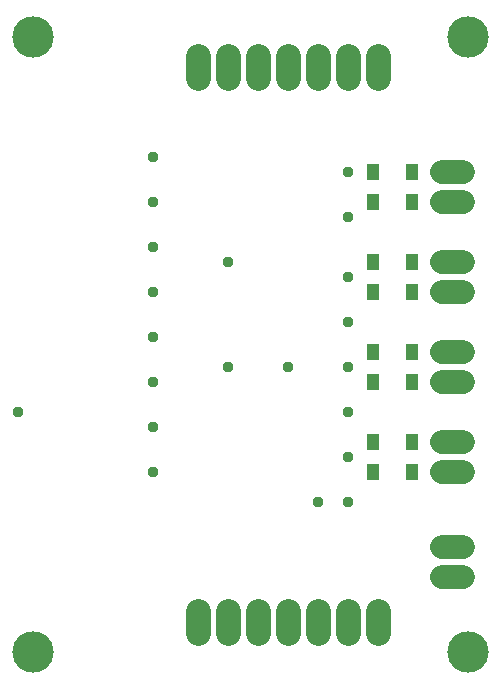
<source format=gbr>
G04 EAGLE Gerber RS-274X export*
G75*
%MOMM*%
%FSLAX34Y34*%
%LPD*%
%INSoldermask Bottom*%
%IPPOS*%
%AMOC8*
5,1,8,0,0,1.08239X$1,22.5*%
G01*
%ADD10C,3.505200*%
%ADD11C,2.082800*%
%ADD12C,2.003200*%
%ADD13R,1.113200X1.423200*%
%ADD14C,0.959600*%


D10*
X241300Y698500D03*
X609600Y698500D03*
X241300Y177800D03*
X609600Y177800D03*
D11*
X381000Y193802D02*
X381000Y212598D01*
X406400Y212598D02*
X406400Y193802D01*
X431800Y193802D02*
X431800Y212598D01*
X457200Y212598D02*
X457200Y193802D01*
X482600Y193802D02*
X482600Y212598D01*
X508000Y212598D02*
X508000Y193802D01*
X533400Y193802D02*
X533400Y212598D01*
X381000Y663702D02*
X381000Y682498D01*
X406400Y682498D02*
X406400Y663702D01*
X431800Y663702D02*
X431800Y682498D01*
X457200Y682498D02*
X457200Y663702D01*
X482600Y663702D02*
X482600Y682498D01*
X508000Y682498D02*
X508000Y663702D01*
X533400Y663702D02*
X533400Y682498D01*
D12*
X587900Y584200D02*
X605900Y584200D01*
X605900Y558800D02*
X587900Y558800D01*
X587900Y508000D02*
X605900Y508000D01*
X605900Y482600D02*
X587900Y482600D01*
X587900Y431800D02*
X605900Y431800D01*
X605900Y406400D02*
X587900Y406400D01*
X587900Y355600D02*
X605900Y355600D01*
X605900Y330200D02*
X587900Y330200D01*
X587900Y241300D02*
X605900Y241300D01*
X605900Y266700D02*
X587900Y266700D01*
D13*
X562475Y584200D03*
X529725Y584200D03*
X562475Y558800D03*
X529725Y558800D03*
X562475Y508000D03*
X529725Y508000D03*
X562475Y482600D03*
X529725Y482600D03*
X562475Y431800D03*
X529725Y431800D03*
X562475Y406400D03*
X529725Y406400D03*
X562475Y355600D03*
X529725Y355600D03*
X562475Y330200D03*
X529725Y330200D03*
D14*
X342900Y596900D03*
X342900Y558800D03*
X342900Y520700D03*
X342900Y482600D03*
X342900Y444500D03*
X342900Y406400D03*
X342900Y368300D03*
X342900Y330200D03*
X228600Y381000D03*
X406400Y508000D03*
X406400Y419100D03*
X457200Y419100D03*
X482600Y304800D03*
X508000Y584200D03*
X508000Y546100D03*
X508000Y495300D03*
X508000Y457200D03*
X508000Y419100D03*
X508000Y381000D03*
X508000Y342900D03*
X508000Y304800D03*
M02*

</source>
